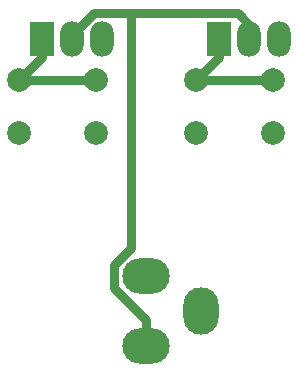
<source format=gbr>
G04 #@! TF.GenerationSoftware,KiCad,Pcbnew,(5.0.2)-1*
G04 #@! TF.CreationDate,2021-07-15T21:47:39+01:00*
G04 #@! TF.ProjectId,KICAD-CN-BAS2-03-03,4b494341-442d-4434-9e2d-424153322d30,rev?*
G04 #@! TF.SameCoordinates,Original*
G04 #@! TF.FileFunction,Copper,L1,Top*
G04 #@! TF.FilePolarity,Positive*
%FSLAX46Y46*%
G04 Gerber Fmt 4.6, Leading zero omitted, Abs format (unit mm)*
G04 Created by KiCad (PCBNEW (5.0.2)-1) date 15/07/2021 21:47:39*
%MOMM*%
%LPD*%
G01*
G04 APERTURE LIST*
G04 #@! TA.AperFunction,ComponentPad*
%ADD10R,2.000000X3.000000*%
G04 #@! TD*
G04 #@! TA.AperFunction,ComponentPad*
%ADD11O,2.000000X3.000000*%
G04 #@! TD*
G04 #@! TA.AperFunction,ComponentPad*
%ADD12O,4.000000X3.000000*%
G04 #@! TD*
G04 #@! TA.AperFunction,ComponentPad*
%ADD13O,3.000000X4.000000*%
G04 #@! TD*
G04 #@! TA.AperFunction,ComponentPad*
%ADD14C,2.000000*%
G04 #@! TD*
G04 #@! TA.AperFunction,Conductor*
%ADD15C,0.750000*%
G04 #@! TD*
G04 APERTURE END LIST*
D10*
G04 #@! TO.P,J1,1*
G04 #@! TO.N,Net-(J1-Pad1)*
X-8770000Y11225000D03*
D11*
G04 #@! TO.P,J1,2*
G04 #@! TO.N,Net-(J1-Pad2)*
X-6230000Y11225000D03*
G04 #@! TO.P,J1,3*
G04 #@! TO.N,N/C*
X-3690000Y11225000D03*
G04 #@! TD*
D12*
G04 #@! TO.P,J2,2*
G04 #@! TO.N,Net-(J1-Pad2)*
X0Y-14793400D03*
G04 #@! TO.P,J2,1*
G04 #@! TO.N,Net-(J2-Pad1)*
X0Y-8798600D03*
D13*
G04 #@! TO.P,J2,3*
G04 #@! TO.N,Net-(J2-Pad3)*
X4699000Y-11799600D03*
G04 #@! TD*
D11*
G04 #@! TO.P,J3,3*
G04 #@! TO.N,N/C*
X11310000Y11225000D03*
G04 #@! TO.P,J3,2*
G04 #@! TO.N,Net-(J1-Pad2)*
X8770000Y11225000D03*
D10*
G04 #@! TO.P,J3,1*
G04 #@! TO.N,Net-(J3-Pad1)*
X6230000Y11225000D03*
G04 #@! TD*
D14*
G04 #@! TO.P,S1,2*
G04 #@! TO.N,Net-(J2-Pad1)*
X-10750000Y3250000D03*
G04 #@! TO.P,S1,1*
G04 #@! TO.N,Net-(J1-Pad1)*
X-10750000Y7750000D03*
G04 #@! TO.P,S1,2*
G04 #@! TO.N,Net-(J2-Pad1)*
X-4250000Y3250000D03*
G04 #@! TO.P,S1,1*
G04 #@! TO.N,Net-(J1-Pad1)*
X-4250000Y7750000D03*
G04 #@! TD*
G04 #@! TO.P,S2,1*
G04 #@! TO.N,Net-(J3-Pad1)*
X10750000Y7750000D03*
G04 #@! TO.P,S2,2*
G04 #@! TO.N,Net-(J2-Pad1)*
X10750000Y3250000D03*
G04 #@! TO.P,S2,1*
G04 #@! TO.N,Net-(J3-Pad1)*
X4250000Y7750000D03*
G04 #@! TO.P,S2,2*
G04 #@! TO.N,Net-(J2-Pad1)*
X4250000Y3250000D03*
G04 #@! TD*
D15*
G04 #@! TO.N,Net-(J1-Pad1)*
X-8770000Y9730000D02*
X-10750000Y7750000D01*
X-8770000Y10475000D02*
X-8770000Y9730000D01*
X-10750000Y7750000D02*
X-4250000Y7750000D01*
G04 #@! TO.N,Net-(J1-Pad2)*
X8770000Y12400002D02*
X8770000Y10475000D01*
X7769992Y13400010D02*
X8770000Y12400002D01*
X-6230000Y11553821D02*
X-4383811Y13400010D01*
X-6230000Y10475000D02*
X-6230000Y11553821D01*
X-2675010Y-9868390D02*
X0Y-12543400D01*
X0Y-12543400D02*
X0Y-14793400D01*
X-2675010Y-7897682D02*
X-2675010Y-9868390D01*
X-1270000Y13400010D02*
X-1270000Y-6492672D01*
X-1270000Y-6492672D02*
X-2675010Y-7897682D01*
X-4383811Y13400010D02*
X-1270000Y13400010D01*
X-1270000Y13400010D02*
X7769992Y13400010D01*
G04 #@! TO.N,Net-(J3-Pad1)*
X6230000Y9730000D02*
X4250000Y7750000D01*
X6230000Y10475000D02*
X6230000Y9730000D01*
X4250000Y7750000D02*
X10750000Y7750000D01*
G04 #@! TD*
M02*

</source>
